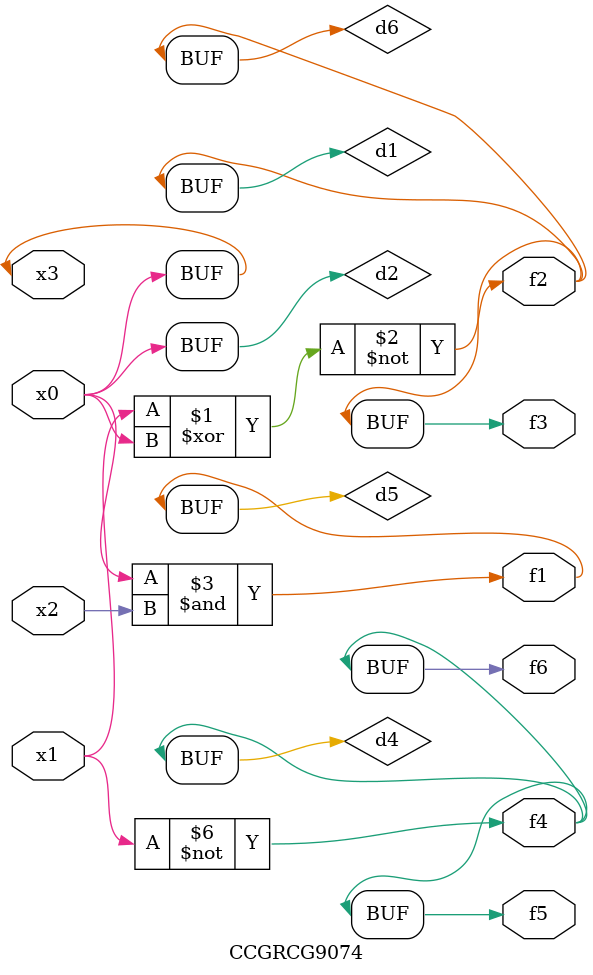
<source format=v>
module CCGRCG9074(
	input x0, x1, x2, x3,
	output f1, f2, f3, f4, f5, f6
);

	wire d1, d2, d3, d4, d5, d6;

	xnor (d1, x1, x3);
	buf (d2, x0, x3);
	nand (d3, x0, x2);
	not (d4, x1);
	nand (d5, d3);
	or (d6, d1);
	assign f1 = d5;
	assign f2 = d6;
	assign f3 = d6;
	assign f4 = d4;
	assign f5 = d4;
	assign f6 = d4;
endmodule

</source>
